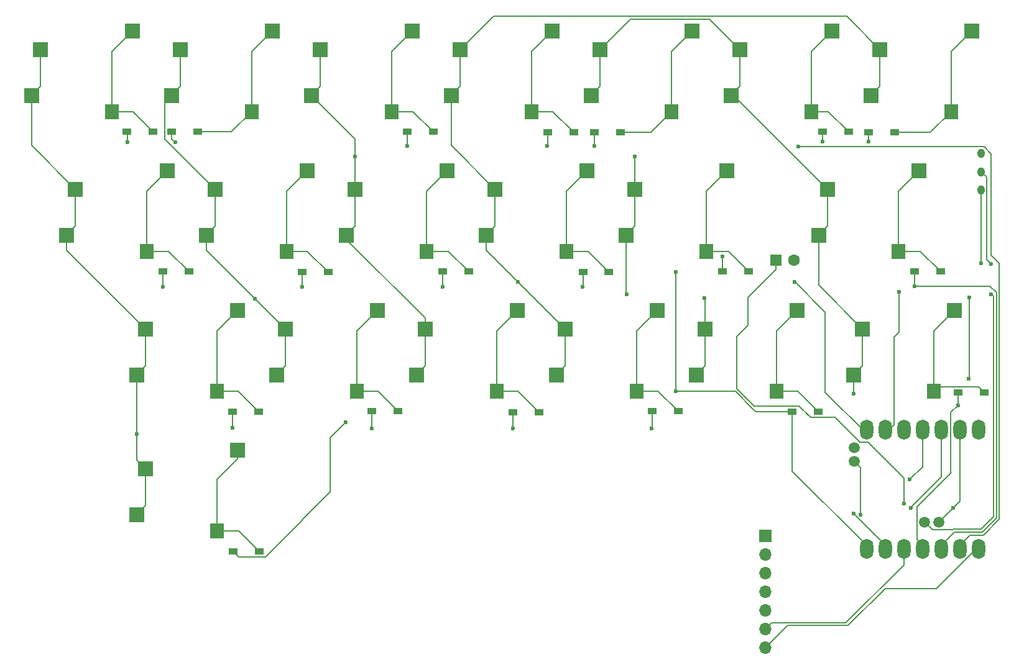
<source format=gbr>
%TF.GenerationSoftware,KiCad,Pcbnew,8.0.7*%
%TF.CreationDate,2025-01-09T22:17:52+09:00*%
%TF.ProjectId,cool937tb_R,636f6f6c-3933-4377-9462-5f522e6b6963,rev?*%
%TF.SameCoordinates,Original*%
%TF.FileFunction,Copper,L2,Bot*%
%TF.FilePolarity,Positive*%
%FSLAX46Y46*%
G04 Gerber Fmt 4.6, Leading zero omitted, Abs format (unit mm)*
G04 Created by KiCad (PCBNEW 8.0.7) date 2025-01-09 22:17:52*
%MOMM*%
%LPD*%
G01*
G04 APERTURE LIST*
%TA.AperFunction,SMDPad,CuDef*%
%ADD10R,1.300000X0.950000*%
%TD*%
%TA.AperFunction,SMDPad,CuDef*%
%ADD11R,2.000000X2.000000*%
%TD*%
%TA.AperFunction,SMDPad,CuDef*%
%ADD12R,1.900000X2.000000*%
%TD*%
%TA.AperFunction,ComponentPad*%
%ADD13O,1.000000X1.300000*%
%TD*%
%TA.AperFunction,ComponentPad*%
%ADD14R,1.700000X1.700000*%
%TD*%
%TA.AperFunction,ComponentPad*%
%ADD15O,1.700000X1.700000*%
%TD*%
%TA.AperFunction,ComponentPad*%
%ADD16R,1.600000X1.600000*%
%TD*%
%TA.AperFunction,ComponentPad*%
%ADD17C,1.600000*%
%TD*%
%TA.AperFunction,ComponentPad*%
%ADD18O,1.800000X2.750000*%
%TD*%
%TA.AperFunction,ComponentPad*%
%ADD19C,1.500000*%
%TD*%
%TA.AperFunction,ViaPad*%
%ADD20C,0.600000*%
%TD*%
%TA.AperFunction,Conductor*%
%ADD21C,0.200000*%
%TD*%
G04 APERTURE END LIST*
D10*
%TO.P,D14,1,K*%
%TO.N,Row1*%
X66955000Y-27760000D03*
%TO.P,D14,2,A*%
%TO.N,Net-(D14-A)*%
X70505000Y-27760000D03*
%TD*%
D11*
%TO.P,SW1,1,1*%
%TO.N,Col0*%
X-8100000Y-3700000D03*
X-6900000Y2540000D03*
D12*
%TO.P,SW1,2,2*%
%TO.N,Net-(D1-A)*%
X2800000Y-5900000D03*
D11*
X5600000Y5080000D03*
%TD*%
D10*
%TO.P,D10,1,K*%
%TO.N,Row1*%
X47835000Y-27730000D03*
%TO.P,D10,2,A*%
%TO.N,Net-(D10-A)*%
X51385000Y-27730000D03*
%TD*%
%TO.P,D15,1,K*%
%TO.N,Row2*%
X76375000Y-46770000D03*
%TO.P,D15,2,A*%
%TO.N,Net-(D15-A)*%
X79925000Y-46770000D03*
%TD*%
D11*
%TO.P,SW8,1,1*%
%TO.N,Col1*%
X82387500Y-41800000D03*
X83587500Y-35560000D03*
D12*
%TO.P,SW8,2,2*%
%TO.N,Net-(D8-A)*%
X93287500Y-44000000D03*
D11*
X96087500Y-33020000D03*
%TD*%
%TO.P,SW15,1,1*%
%TO.N,Col3*%
X63337500Y-41800000D03*
X64537500Y-35560000D03*
D12*
%TO.P,SW15,2,2*%
%TO.N,Net-(D15-A)*%
X74237500Y-44000000D03*
D11*
X77037500Y-33020000D03*
%TD*%
D10*
%TO.P,D13,1,K*%
%TO.N,Row0*%
X62155000Y-8750000D03*
%TO.P,D13,2,A*%
%TO.N,Net-(D13-A)*%
X65705000Y-8750000D03*
%TD*%
D11*
%TO.P,SW16,1,1*%
%TO.N,Col3*%
X106200000Y-3700000D03*
X107400000Y2540000D03*
D12*
%TO.P,SW16,2,2*%
%TO.N,Net-(D16-A)*%
X117100000Y-5900000D03*
D11*
X119900000Y5080000D03*
%TD*%
D13*
%TO.P,SW21,1,A*%
%TO.N,unconnected-(SW21-A-Pad1)*%
X121220000Y-11620000D03*
%TO.P,SW21,2,B*%
%TO.N,Bat*%
X121220000Y-14120000D03*
%TO.P,SW21,3,C*%
%TO.N,Net-(J8-Pin_2)*%
X121220000Y-16620000D03*
%TD*%
D10*
%TO.P,D1,1,K*%
%TO.N,Row0*%
X4865000Y-8620000D03*
%TO.P,D1,2,A*%
%TO.N,Net-(D1-A)*%
X8415000Y-8620000D03*
%TD*%
%TO.P,D2,1,K*%
%TO.N,Row1*%
X9745000Y-27730000D03*
%TO.P,D2,2,A*%
%TO.N,Net-(D2-A)*%
X13295000Y-27730000D03*
%TD*%
%TO.P,D17,1,K*%
%TO.N,Row0*%
X68535000Y-8710000D03*
%TO.P,D17,2,A*%
%TO.N,Net-(D17-A)*%
X72085000Y-8710000D03*
%TD*%
%TO.P,D7,1,K*%
%TO.N,Row2*%
X38245000Y-46750000D03*
%TO.P,D7,2,A*%
%TO.N,Net-(D7-A)*%
X41795000Y-46750000D03*
%TD*%
D11*
%TO.P,SW13,1,1*%
%TO.N,Col3*%
X49050000Y-3700000D03*
X50250000Y2540000D03*
D12*
%TO.P,SW13,2,2*%
%TO.N,Net-(D13-A)*%
X59950000Y-5900000D03*
D11*
X62750000Y5080000D03*
%TD*%
D10*
%TO.P,D11,1,K*%
%TO.N,Row2*%
X57405000Y-46880000D03*
%TO.P,D11,2,A*%
%TO.N,Net-(D11-A)*%
X60955000Y-46880000D03*
%TD*%
D11*
%TO.P,SW17,1,1*%
%TO.N,Col4*%
X68100000Y-3700000D03*
X69300000Y2540000D03*
D12*
%TO.P,SW17,2,2*%
%TO.N,Net-(D17-A)*%
X79000000Y-5900000D03*
D11*
X81800000Y5080000D03*
%TD*%
%TO.P,SW11,1,1*%
%TO.N,Col2*%
X44287500Y-41800000D03*
X45487500Y-35560000D03*
D12*
%TO.P,SW11,2,2*%
%TO.N,Net-(D11-A)*%
X55187500Y-44000000D03*
D11*
X57987500Y-33020000D03*
%TD*%
%TO.P,SW12,1,1*%
%TO.N,Col2*%
X72862500Y-22750000D03*
X74062500Y-16510000D03*
D12*
%TO.P,SW12,2,2*%
%TO.N,Net-(D12-A)*%
X83762500Y-24950000D03*
D11*
X86562500Y-13970000D03*
%TD*%
%TO.P,SW19,1,1*%
%TO.N,Col4*%
X103818750Y-41800000D03*
X105018750Y-35560000D03*
D12*
%TO.P,SW19,2,2*%
%TO.N,Net-(D19-A)*%
X114718750Y-44000000D03*
D11*
X117518750Y-33020000D03*
%TD*%
%TO.P,SW20,1,1*%
%TO.N,Col4*%
X87150000Y-3700000D03*
X88350000Y2540000D03*
D12*
%TO.P,SW20,2,2*%
%TO.N,Net-(D20-A)*%
X98050000Y-5900000D03*
D11*
X100850000Y5080000D03*
%TD*%
D10*
%TO.P,D18,1,K*%
%TO.N,Row1*%
X112155000Y-27740000D03*
%TO.P,D18,2,A*%
%TO.N,Net-(D18-A)*%
X115705000Y-27740000D03*
%TD*%
D11*
%TO.P,SW3,1,1*%
%TO.N,Col0*%
X6187500Y-41800000D03*
X7387500Y-35560000D03*
D12*
%TO.P,SW3,2,2*%
%TO.N,Net-(D3-A)*%
X17087500Y-44000000D03*
D11*
X19887500Y-33020000D03*
%TD*%
%TO.P,SW7,1,1*%
%TO.N,Col1*%
X25237500Y-41800000D03*
X26437500Y-35560000D03*
D12*
%TO.P,SW7,2,2*%
%TO.N,Net-(D7-A)*%
X36137500Y-44000000D03*
D11*
X38937500Y-33020000D03*
%TD*%
D10*
%TO.P,D4,1,K*%
%TO.N,Row3*%
X19315000Y-65850000D03*
%TO.P,D4,2,A*%
%TO.N,Net-(D4-A)*%
X22865000Y-65850000D03*
%TD*%
%TO.P,D19,1,K*%
%TO.N,Row2*%
X118075000Y-44200000D03*
%TO.P,D19,2,A*%
%TO.N,Net-(D19-A)*%
X121625000Y-44200000D03*
%TD*%
%TO.P,D5,1,K*%
%TO.N,Row0*%
X10985000Y-8670000D03*
%TO.P,D5,2,A*%
%TO.N,Net-(D5-A)*%
X14535000Y-8670000D03*
%TD*%
D11*
%TO.P,SW10,1,1*%
%TO.N,Col2*%
X34762500Y-22750000D03*
X35962500Y-16510000D03*
D12*
%TO.P,SW10,2,2*%
%TO.N,Net-(D10-A)*%
X45662500Y-24950000D03*
D11*
X48462500Y-13970000D03*
%TD*%
D14*
%TO.P,J1,1,SCLK*%
%TO.N,SCLK*%
X91780000Y-63790000D03*
D15*
%TO.P,J1,2,nCS*%
%TO.N,CS*%
X91780000Y-66330000D03*
%TO.P,J1,3,GND*%
%TO.N,GND*%
X91780000Y-68870000D03*
%TO.P,J1,4,Vin*%
%TO.N,3.3V*%
X91780000Y-71410000D03*
%TO.P,J1,5,nc*%
%TO.N,unconnected-(J1-nc-Pad5)*%
X91780000Y-73950000D03*
%TO.P,J1,6,SDIO*%
%TO.N,SDIO*%
X91780000Y-76490000D03*
%TO.P,J1,7,MOTION*%
%TO.N,MOTION*%
X91780000Y-79030000D03*
%TD*%
D10*
%TO.P,D12,1,K*%
%TO.N,Row3*%
X85975000Y-27700000D03*
%TO.P,D12,2,A*%
%TO.N,Net-(D12-A)*%
X89525000Y-27700000D03*
%TD*%
%TO.P,D3,1,K*%
%TO.N,Row2*%
X19265000Y-46810000D03*
%TO.P,D3,2,A*%
%TO.N,Net-(D3-A)*%
X22815000Y-46810000D03*
%TD*%
D16*
%TO.P,J8,1,Pin_1*%
%TO.N,GND*%
X93206250Y-26193750D03*
D17*
%TO.P,J8,2,Pin_2*%
%TO.N,Net-(J8-Pin_2)*%
X95726250Y-26193750D03*
%TD*%
D11*
%TO.P,SW5,1,1*%
%TO.N,Col1*%
X10950000Y-3700000D03*
X12150000Y2540000D03*
D12*
%TO.P,SW5,2,2*%
%TO.N,Net-(D5-A)*%
X21850000Y-5900000D03*
D11*
X24650000Y5080000D03*
%TD*%
%TO.P,SW6,1,1*%
%TO.N,Col1*%
X15712500Y-22750000D03*
X16912500Y-16510000D03*
D12*
%TO.P,SW6,2,2*%
%TO.N,Net-(D6-A)*%
X26612500Y-24950000D03*
D11*
X29412500Y-13970000D03*
%TD*%
%TO.P,SW9,1,1*%
%TO.N,Col2*%
X30000000Y-3700000D03*
X31200000Y2540000D03*
D12*
%TO.P,SW9,2,2*%
%TO.N,Net-(D9-A)*%
X40900000Y-5900000D03*
D11*
X43700000Y5080000D03*
%TD*%
%TO.P,SW4,1,1*%
%TO.N,Col0*%
X6187500Y-60850000D03*
X7387500Y-54610000D03*
D12*
%TO.P,SW4,2,2*%
%TO.N,Net-(D4-A)*%
X17087500Y-63050000D03*
D11*
X19887500Y-52070000D03*
%TD*%
D10*
%TO.P,D6,1,K*%
%TO.N,Row1*%
X28725000Y-27780000D03*
%TO.P,D6,2,A*%
%TO.N,Net-(D6-A)*%
X32275000Y-27780000D03*
%TD*%
%TO.P,D16,1,K*%
%TO.N,Row3*%
X105845000Y-8730000D03*
%TO.P,D16,2,A*%
%TO.N,Net-(D16-A)*%
X109395000Y-8730000D03*
%TD*%
D11*
%TO.P,SW2,1,1*%
%TO.N,Col0*%
X-3337500Y-22750000D03*
X-2137500Y-16510000D03*
D12*
%TO.P,SW2,2,2*%
%TO.N,Net-(D2-A)*%
X7562500Y-24950000D03*
D11*
X10362500Y-13970000D03*
%TD*%
%TO.P,SW18,1,1*%
%TO.N,Col4*%
X99056250Y-22750000D03*
X100256250Y-16510000D03*
D12*
%TO.P,SW18,2,2*%
%TO.N,Net-(D18-A)*%
X109956250Y-24950000D03*
D11*
X112756250Y-13970000D03*
%TD*%
%TO.P,SW14,1,1*%
%TO.N,Col3*%
X53812500Y-22750000D03*
X55012500Y-16510000D03*
D12*
%TO.P,SW14,2,2*%
%TO.N,Net-(D14-A)*%
X64712500Y-24950000D03*
D11*
X67512500Y-13970000D03*
%TD*%
D10*
%TO.P,D20,1,K*%
%TO.N,Row3*%
X99565000Y-8640000D03*
%TO.P,D20,2,A*%
%TO.N,Net-(D20-A)*%
X103115000Y-8640000D03*
%TD*%
%TO.P,D9,1,K*%
%TO.N,Row0*%
X43055000Y-8680000D03*
%TO.P,D9,2,A*%
%TO.N,Net-(D9-A)*%
X46605000Y-8680000D03*
%TD*%
%TO.P,D8,1,K*%
%TO.N,Row3*%
X95465000Y-46850000D03*
%TO.P,D8,2,A*%
%TO.N,Net-(D8-A)*%
X99015000Y-46850000D03*
%TD*%
D18*
%TO.P,U1,1,P0.02_A0_D0*%
%TO.N,MOTION*%
X120806000Y-65540000D03*
%TO.P,U1,2,P0.03_A1_D1*%
%TO.N,Row0*%
X118266000Y-65540000D03*
%TO.P,U1,3,P0.28_A2_D2*%
%TO.N,Row1*%
X115726000Y-65540000D03*
%TO.P,U1,4,P0.29_A3_D3*%
%TO.N,Row2*%
X113186000Y-65540000D03*
%TO.P,U1,5,P0.04_A4_D4_SDA*%
%TO.N,SDIO*%
X110646000Y-65540000D03*
%TO.P,U1,6,P0.05_A5_D5_SCL*%
%TO.N,SCLK*%
X108106000Y-65540000D03*
%TO.P,U1,7,P1.11_D6_TX*%
%TO.N,Row3*%
X105566000Y-65540000D03*
%TO.P,U1,8,P1.12_D7_RX*%
%TO.N,Col3*%
X105566000Y-49300000D03*
%TO.P,U1,9,P1.13_D8_SCK*%
%TO.N,Col2*%
X108106000Y-49300000D03*
%TO.P,U1,10,P1.14_D9_MISO*%
%TO.N,Col1*%
X110646000Y-49300000D03*
%TO.P,U1,11,P1.15_D10_MOSI*%
%TO.N,Col0*%
X113186000Y-49300000D03*
%TO.P,U1,12,3V3*%
%TO.N,3.3V*%
X115726000Y-49300000D03*
%TO.P,U1,13,GND*%
%TO.N,GND*%
X118266000Y-49300000D03*
%TO.P,U1,14,5V*%
%TO.N,VCC*%
X120806000Y-49300000D03*
D19*
%TO.P,U1,15,NFC1_0.09*%
%TO.N,CS*%
X103874000Y-53584600D03*
%TO.P,U1,16,NFC2_0.10*%
%TO.N,Col4*%
X103874000Y-51705000D03*
%TO.P,U1,20,BATT+*%
%TO.N,Bat*%
X113503000Y-61865000D03*
%TO.P,U1,21,BATT-*%
%TO.N,GND*%
X115408000Y-61865000D03*
%TD*%
D20*
%TO.N,Col4*%
X103840000Y-44360000D03*
%TO.N,Col3*%
X95770000Y-29180000D03*
X58123750Y-29146250D03*
%TO.N,Col2*%
X74010000Y-12040000D03*
X35962500Y-12040000D03*
X110020000Y-30500000D03*
X72890000Y-30820000D03*
%TO.N,Col1*%
X119470000Y-42350000D03*
X119540000Y-31290000D03*
X83470000Y-31340000D03*
X22323750Y-31446250D03*
%TO.N,Col0*%
X6187500Y-49860000D03*
X111480000Y-56060000D03*
%TO.N,3.3V*%
X111600000Y-59960000D03*
%TO.N,SCLK*%
X103826000Y-60760000D03*
%TO.N,CS*%
X104767265Y-60852735D03*
%TO.N,GND*%
X110700000Y-59358411D03*
X117341500Y-59931500D03*
%TO.N,Row3*%
X85950000Y-25630000D03*
X79570000Y-44050000D03*
X105870000Y-10010000D03*
X79570000Y-27780000D03*
X34640000Y-48290000D03*
X99550000Y-10040000D03*
%TO.N,Row2*%
X38190000Y-49160000D03*
X57430000Y-49160000D03*
X19230000Y-49030000D03*
X118040000Y-45980000D03*
X76340000Y-49160000D03*
%TO.N,Row1*%
X112160000Y-29720000D03*
X66950000Y-29780000D03*
X9760000Y-29780000D03*
X28740000Y-29780000D03*
X47820000Y-29780000D03*
%TO.N,Row0*%
X11440000Y-10110000D03*
X43020000Y-10580000D03*
X96280000Y-10720000D03*
X62100000Y-10580000D03*
X68530000Y-10580000D03*
X4920000Y-10110000D03*
%TO.N,Bat*%
X122560000Y-30800000D03*
X122550000Y-26710000D03*
%TO.N,Net-(J8-Pin_2)*%
X121210000Y-26640000D03*
%TD*%
D21*
%TO.N,SDIO*%
X91780000Y-76490000D02*
X92670000Y-75600000D01*
X92670000Y-75600000D02*
X102760000Y-75600000D01*
X102760000Y-75600000D02*
X110646000Y-67714000D01*
X110646000Y-67714000D02*
X110646000Y-65040000D01*
%TO.N,MOTION*%
X91780000Y-79030000D02*
X94810000Y-76000000D01*
X94810000Y-76000000D02*
X103100000Y-76000000D01*
%TO.N,Net-(D20-A)*%
X100850000Y5080000D02*
X98050000Y2280000D01*
X98050000Y2280000D02*
X98050000Y-5900000D01*
X100375000Y-5900000D02*
X103115000Y-8640000D01*
X98050000Y-5900000D02*
X100375000Y-5900000D01*
%TO.N,Col4*%
X105018750Y-40600000D02*
X103818750Y-41800000D01*
X99056250Y-29597500D02*
X105018750Y-35560000D01*
X69300000Y-2500000D02*
X68100000Y-3700000D01*
X69300000Y2540000D02*
X69300000Y-2500000D01*
X88350000Y-2500000D02*
X87150000Y-3700000D01*
X105018750Y-35560000D02*
X105018750Y-40600000D01*
X88350000Y2540000D02*
X84210000Y6680000D01*
X100256250Y-16510000D02*
X100256250Y-21550000D01*
X73440000Y6680000D02*
X69300000Y2540000D01*
X100256250Y-21550000D02*
X99056250Y-22750000D01*
X88350000Y2540000D02*
X88350000Y-2500000D01*
X84210000Y6680000D02*
X73440000Y6680000D01*
X87150000Y-3700000D02*
X87446250Y-3700000D01*
X99056250Y-22750000D02*
X99056250Y-29597500D01*
X103840000Y-44360000D02*
X103818750Y-44338750D01*
X103818750Y-44338750D02*
X103818750Y-41800000D01*
X87446250Y-3700000D02*
X100256250Y-16510000D01*
%TO.N,Col3*%
X95870000Y-29180000D02*
X95770000Y-29180000D01*
X54790000Y7080000D02*
X102860000Y7080000D01*
X50250000Y2540000D02*
X50250000Y-2500000D01*
X58123750Y-29146250D02*
X64537500Y-35560000D01*
X49050000Y-3700000D02*
X49050000Y-10547500D01*
X107400000Y2540000D02*
X107400000Y-2500000D01*
X50250000Y2540000D02*
X54790000Y7080000D01*
X49050000Y-10547500D02*
X55012500Y-16510000D01*
X99965000Y-33275000D02*
X95870000Y-29180000D01*
X107400000Y-2500000D02*
X106200000Y-3700000D01*
X64537500Y-40600000D02*
X63337500Y-41800000D01*
X105566000Y-49800000D02*
X99965000Y-44199000D01*
X50250000Y-2500000D02*
X49050000Y-3700000D01*
X53812500Y-24835000D02*
X58123750Y-29146250D01*
X99965000Y-44199000D02*
X99965000Y-33275000D01*
X55012500Y-16510000D02*
X55012500Y-21550000D01*
X53812500Y-22750000D02*
X53812500Y-24835000D01*
X55012500Y-21550000D02*
X53812500Y-22750000D01*
X64537500Y-35560000D02*
X64537500Y-40600000D01*
X102860000Y7080000D02*
X107400000Y2540000D01*
%TO.N,Col2*%
X74062500Y-21550000D02*
X72862500Y-22750000D01*
X45487500Y-40600000D02*
X44287500Y-41800000D01*
X72862500Y-30792500D02*
X72862500Y-22750000D01*
X45487500Y-34087500D02*
X45487500Y-35560000D01*
X109318750Y-48587250D02*
X109318750Y-41260000D01*
X35962500Y-9662500D02*
X35962500Y-12040000D01*
X109318750Y-41260000D02*
X109318750Y-36701250D01*
X74062500Y-12092500D02*
X74010000Y-12040000D01*
X35962500Y-16510000D02*
X35962500Y-21550000D01*
X109318750Y-41662742D02*
X109318750Y-41260000D01*
X31200000Y2540000D02*
X31200000Y-2500000D01*
X31200000Y-2500000D02*
X30000000Y-3700000D01*
X108070000Y-49836000D02*
X108106000Y-49800000D01*
X74062500Y-16510000D02*
X74062500Y-12092500D01*
X45487500Y-35560000D02*
X45487500Y-40600000D01*
X109318750Y-36701250D02*
X110020000Y-36000000D01*
X30000000Y-3700000D02*
X35962500Y-9662500D01*
X35962500Y-21550000D02*
X34762500Y-22750000D01*
X72890000Y-30820000D02*
X72862500Y-30792500D01*
X35962500Y-12040000D02*
X35962500Y-16510000D01*
X34762500Y-23362500D02*
X45487500Y-34087500D01*
X74062500Y-16510000D02*
X74062500Y-21550000D01*
X34762500Y-22750000D02*
X34762500Y-23362500D01*
X110020000Y-36000000D02*
X110020000Y-30500000D01*
X108106000Y-49800000D02*
X109318750Y-48587250D01*
%TO.N,Col1*%
X83470000Y-31340000D02*
X83587500Y-31457500D01*
X10035000Y-4615000D02*
X10035000Y-9632500D01*
X12150000Y-2500000D02*
X10950000Y-3700000D01*
X16912500Y-16510000D02*
X16912500Y-21550000D01*
X83587500Y-40600000D02*
X82387500Y-41800000D01*
X16912500Y-21550000D02*
X15712500Y-22750000D01*
X10035000Y-9632500D02*
X16912500Y-16510000D01*
X119540000Y-31290000D02*
X119540000Y-42280000D01*
X12150000Y2540000D02*
X12150000Y-2500000D01*
X83587500Y-31457500D02*
X83587500Y-35560000D01*
X83587500Y-35560000D02*
X83587500Y-40600000D01*
X10950000Y-3700000D02*
X10035000Y-4615000D01*
X119540000Y-42280000D02*
X119470000Y-42350000D01*
X26437500Y-40600000D02*
X25237500Y-41800000D01*
X15712500Y-24835000D02*
X22323750Y-31446250D01*
X22323750Y-31446250D02*
X26437500Y-35560000D01*
X15712500Y-22750000D02*
X15712500Y-24835000D01*
X26437500Y-35560000D02*
X26437500Y-40600000D01*
%TO.N,Col0*%
X-8100000Y-3700000D02*
X-8100000Y-10547500D01*
X-2137500Y-21550000D02*
X-3337500Y-22750000D01*
X7387500Y-35560000D02*
X7387500Y-40600000D01*
X7387500Y-59650000D02*
X6187500Y-60850000D01*
X113186000Y-49800000D02*
X113186000Y-54354000D01*
X113186000Y-49800000D02*
X113186000Y-49667944D01*
X6187500Y-49860000D02*
X6187500Y-53410000D01*
X-3337500Y-24835000D02*
X7387500Y-35560000D01*
X-6900000Y2540000D02*
X-6900000Y-2500000D01*
X-2137500Y-16510000D02*
X-2137500Y-21550000D01*
X6187500Y-41800000D02*
X6187500Y-49860000D01*
X6187500Y-53410000D02*
X7387500Y-54610000D01*
X7387500Y-40600000D02*
X6187500Y-41800000D01*
X113186000Y-54354000D02*
X111480000Y-56060000D01*
X7387500Y-54610000D02*
X7387500Y-59650000D01*
X-8100000Y-10547500D02*
X-2137500Y-16510000D01*
X-6900000Y-2500000D02*
X-8100000Y-3700000D01*
X-3337500Y-22750000D02*
X-3337500Y-24835000D01*
%TO.N,Net-(D19-A)*%
X120850000Y-43425000D02*
X121625000Y-44200000D01*
X114718750Y-44000000D02*
X115293750Y-43425000D01*
X117518750Y-33020000D02*
X114718750Y-35820000D01*
X114718750Y-35820000D02*
X114718750Y-44000000D01*
X115293750Y-43425000D02*
X120850000Y-43425000D01*
%TO.N,SDIO*%
X110646000Y-65040000D02*
X110110000Y-64504000D01*
%TO.N,3.3V*%
X115726000Y-55466000D02*
X115726000Y-49800000D01*
X115760000Y-55500000D02*
X115726000Y-55466000D01*
X115760000Y-55700000D02*
X115760000Y-55500000D01*
X111600000Y-59860000D02*
X115760000Y-55700000D01*
X111600000Y-59960000D02*
X111600000Y-59860000D01*
X115726000Y-49800000D02*
X115726000Y-49667944D01*
%TO.N,MOTION*%
X120806000Y-65172056D02*
X115048056Y-70930000D01*
X108170000Y-70930000D02*
X113640000Y-70930000D01*
X120806000Y-65040000D02*
X120806000Y-65172056D01*
X103100000Y-76000000D02*
X108170000Y-70930000D01*
X115048056Y-70930000D02*
X113640000Y-70930000D01*
X113640000Y-70930000D02*
X114476518Y-70930000D01*
%TO.N,SCLK*%
X108106000Y-65040000D02*
X103826000Y-60760000D01*
%TO.N,CS*%
X104767265Y-60852735D02*
X104767265Y-54477865D01*
X104767265Y-54477865D02*
X103874000Y-53584600D01*
%TO.N,GND*%
X105751408Y-50980000D02*
X104633925Y-50980000D01*
X110700000Y-55928592D02*
X105751408Y-50980000D01*
X93206250Y-27464779D02*
X89410545Y-31260484D01*
X110700000Y-59358411D02*
X110700000Y-55928592D01*
X115408000Y-61865000D02*
X117341500Y-59931500D01*
X90299758Y-46075000D02*
X96415000Y-46075000D01*
X89410545Y-35089697D02*
X87887500Y-36612742D01*
X96415000Y-46075000D02*
X97965000Y-47625000D01*
X118266000Y-59007000D02*
X118266000Y-49800000D01*
X89410545Y-31260484D02*
X89410545Y-35089697D01*
X118266000Y-49800000D02*
X118266000Y-49667944D01*
X101278925Y-47625000D02*
X97965000Y-47625000D01*
X87887500Y-36612742D02*
X87887500Y-43662742D01*
X117341500Y-59931500D02*
X118266000Y-59007000D01*
X97965000Y-47625000D02*
X97425000Y-47085000D01*
X87887500Y-43662742D02*
X90299758Y-46075000D01*
X104633925Y-50980000D02*
X101278925Y-47625000D01*
X93206250Y-26193750D02*
X93206250Y-27464779D01*
%TO.N,Net-(D18-A)*%
X112915000Y-24950000D02*
X115705000Y-27740000D01*
X109956250Y-16770000D02*
X109956250Y-24950000D01*
X109956250Y-24950000D02*
X112915000Y-24950000D01*
X112756250Y-13970000D02*
X109956250Y-16770000D01*
%TO.N,Net-(D17-A)*%
X79000000Y2280000D02*
X79000000Y-5900000D01*
X76190000Y-8710000D02*
X72085000Y-8710000D01*
X81800000Y5080000D02*
X79000000Y2280000D01*
X79000000Y-5900000D02*
X76190000Y-8710000D01*
%TO.N,Net-(D16-A)*%
X119900000Y5080000D02*
X117100000Y2280000D01*
X117100000Y2280000D02*
X117100000Y-5900000D01*
X117100000Y-5900000D02*
X114270000Y-8730000D01*
X114270000Y-8730000D02*
X109395000Y-8730000D01*
%TO.N,Net-(D15-A)*%
X77155000Y-44000000D02*
X79925000Y-46770000D01*
X74237500Y-44000000D02*
X77155000Y-44000000D01*
X77037500Y-33020000D02*
X74237500Y-35820000D01*
X74237500Y-35820000D02*
X74237500Y-44000000D01*
%TO.N,Net-(D14-A)*%
X64712500Y-16770000D02*
X64712500Y-24950000D01*
X67695000Y-24950000D02*
X70505000Y-27760000D01*
X67512500Y-13970000D02*
X64712500Y-16770000D01*
X64712500Y-24950000D02*
X67695000Y-24950000D01*
%TO.N,Net-(D13-A)*%
X59950000Y2280000D02*
X59950000Y-5900000D01*
X62750000Y5080000D02*
X59950000Y2280000D01*
X59950000Y-5900000D02*
X62855000Y-5900000D01*
X62855000Y-5900000D02*
X65705000Y-8750000D01*
%TO.N,Net-(D12-A)*%
X86562500Y-13970000D02*
X83762500Y-16770000D01*
X83762500Y-16770000D02*
X83762500Y-24950000D01*
X86775000Y-24950000D02*
X89525000Y-27700000D01*
X83762500Y-24950000D02*
X86775000Y-24950000D01*
%TO.N,Net-(D11-A)*%
X55187500Y-35820000D02*
X55187500Y-44000000D01*
X55187500Y-44000000D02*
X58075000Y-44000000D01*
X58075000Y-44000000D02*
X60955000Y-46880000D01*
X57987500Y-33020000D02*
X55187500Y-35820000D01*
%TO.N,Net-(D10-A)*%
X45662500Y-16770000D02*
X45662500Y-24950000D01*
X48462500Y-13970000D02*
X45662500Y-16770000D01*
X48605000Y-24950000D02*
X51385000Y-27730000D01*
X45662500Y-24950000D02*
X48605000Y-24950000D01*
%TO.N,Net-(D9-A)*%
X43825000Y-5900000D02*
X46605000Y-8680000D01*
X40900000Y-5900000D02*
X43825000Y-5900000D01*
X40900000Y2280000D02*
X40900000Y-5900000D01*
X43700000Y5080000D02*
X40900000Y2280000D01*
%TO.N,Net-(D8-A)*%
X93287500Y-44000000D02*
X96165000Y-44000000D01*
X96087500Y-33020000D02*
X93287500Y-35820000D01*
X93287500Y-35820000D02*
X93287500Y-44000000D01*
X96165000Y-44000000D02*
X99015000Y-46850000D01*
%TO.N,Net-(D7-A)*%
X38937500Y-33020000D02*
X36137500Y-35820000D01*
X36137500Y-35820000D02*
X36137500Y-44000000D01*
X36137500Y-44000000D02*
X39045000Y-44000000D01*
X39045000Y-44000000D02*
X41795000Y-46750000D01*
%TO.N,Net-(D6-A)*%
X29445000Y-24950000D02*
X32275000Y-27780000D01*
X26612500Y-16770000D02*
X26612500Y-24950000D01*
X26612500Y-24950000D02*
X29445000Y-24950000D01*
X29412500Y-13970000D02*
X26612500Y-16770000D01*
%TO.N,Net-(D5-A)*%
X14535000Y-8670000D02*
X19080000Y-8670000D01*
X21850000Y2280000D02*
X21850000Y-5900000D01*
X19080000Y-8670000D02*
X21850000Y-5900000D01*
X24650000Y5080000D02*
X21850000Y2280000D01*
%TO.N,Row3*%
X28720000Y-61640000D02*
X28720000Y-61560000D01*
X90134072Y-46475000D02*
X87709072Y-44050000D01*
X87709072Y-44050000D02*
X79570000Y-44050000D01*
X32540000Y-57740000D02*
X32540000Y-50390000D01*
X85975000Y-25655000D02*
X85950000Y-25630000D01*
X99550000Y-10040000D02*
X99550000Y-8655000D01*
X99550000Y-8655000D02*
X99565000Y-8640000D01*
X28720000Y-61560000D02*
X32540000Y-57740000D01*
X19315000Y-65850000D02*
X20090000Y-66625000D01*
X90509073Y-46850000D02*
X90134072Y-46475000D01*
X95465000Y-46850000D02*
X95465000Y-54939000D01*
X32540000Y-50390000D02*
X34640000Y-48290000D01*
X95465000Y-46850000D02*
X90509073Y-46850000D01*
X79570000Y-44050000D02*
X79570000Y-27780000D01*
X20090000Y-66625000D02*
X23735000Y-66625000D01*
X95465000Y-54939000D02*
X105566000Y-65040000D01*
X105845000Y-9985000D02*
X105870000Y-10010000D01*
X105845000Y-8730000D02*
X105845000Y-9985000D01*
X85975000Y-27700000D02*
X85975000Y-25655000D01*
X23735000Y-66625000D02*
X28720000Y-61640000D01*
%TO.N,Net-(D4-A)*%
X19887500Y-53270000D02*
X17087500Y-56070000D01*
X20065000Y-63050000D02*
X22865000Y-65850000D01*
X17087500Y-56070000D02*
X17087500Y-63050000D01*
X19887500Y-52070000D02*
X19887500Y-53270000D01*
X17087500Y-63050000D02*
X20065000Y-63050000D01*
%TO.N,Row2*%
X57405000Y-46880000D02*
X57405000Y-49135000D01*
X118075000Y-44200000D02*
X118075000Y-45945000D01*
X113186000Y-65040000D02*
X112453000Y-64307000D01*
X112453000Y-59757000D02*
X117090000Y-55120000D01*
X112453000Y-64307000D02*
X112453000Y-59757000D01*
X117090000Y-55120000D02*
X117066000Y-55096000D01*
X117066000Y-55096000D02*
X117066000Y-46954000D01*
X76375000Y-46770000D02*
X76375000Y-49125000D01*
X57405000Y-49135000D02*
X57430000Y-49160000D01*
X19265000Y-48995000D02*
X19230000Y-49030000D01*
X117066000Y-46954000D02*
X118040000Y-45980000D01*
X118075000Y-45945000D02*
X118040000Y-45980000D01*
X38245000Y-49105000D02*
X38190000Y-49160000D01*
X19265000Y-46810000D02*
X19265000Y-48995000D01*
X38245000Y-46750000D02*
X38245000Y-49105000D01*
X76375000Y-49125000D02*
X76340000Y-49160000D01*
%TO.N,Net-(D3-A)*%
X17087500Y-35820000D02*
X17087500Y-44000000D01*
X19887500Y-33020000D02*
X17087500Y-35820000D01*
X17087500Y-44000000D02*
X20005000Y-44000000D01*
X20005000Y-44000000D02*
X22815000Y-46810000D01*
%TO.N,Row1*%
X47835000Y-27730000D02*
X47835000Y-29765000D01*
X112160000Y-29720000D02*
X122370000Y-29720000D01*
X123260000Y-30610000D02*
X123260000Y-61304314D01*
X123260000Y-61304314D02*
X121314314Y-63250000D01*
X112160000Y-27745000D02*
X112155000Y-27740000D01*
X112160000Y-29720000D02*
X112160000Y-27745000D01*
X117516000Y-63250000D02*
X115726000Y-65040000D01*
X28725000Y-27780000D02*
X28725000Y-29765000D01*
X66955000Y-27760000D02*
X66955000Y-29775000D01*
X28725000Y-29765000D02*
X28740000Y-29780000D01*
X9745000Y-29765000D02*
X9760000Y-29780000D01*
X9745000Y-27730000D02*
X9745000Y-29765000D01*
X122370000Y-29720000D02*
X123260000Y-30610000D01*
X47835000Y-29765000D02*
X47820000Y-29780000D01*
X66955000Y-29775000D02*
X66950000Y-29780000D01*
X121314314Y-63250000D02*
X117516000Y-63250000D01*
%TO.N,Net-(D2-A)*%
X10515000Y-24950000D02*
X13295000Y-27730000D01*
X10362500Y-13970000D02*
X7562500Y-16770000D01*
X7562500Y-16770000D02*
X7562500Y-24950000D01*
X7562500Y-24950000D02*
X10515000Y-24950000D01*
%TO.N,Row0*%
X4920000Y-10110000D02*
X4920000Y-8675000D01*
X122575000Y-25520000D02*
X123660000Y-26605000D01*
X121480000Y-63650000D02*
X119656000Y-63650000D01*
X121580000Y-10720000D02*
X122575000Y-11715000D01*
X43055000Y-8680000D02*
X43055000Y-10545000D01*
X123660000Y-61470000D02*
X121480000Y-63650000D01*
X96280000Y-10720000D02*
X121580000Y-10720000D01*
X122575000Y-11715000D02*
X122575000Y-25520000D01*
X123660000Y-26605000D02*
X123660000Y-61470000D01*
X10985000Y-8670000D02*
X10985000Y-9655000D01*
X62155000Y-8750000D02*
X62155000Y-10525000D01*
X68535000Y-10575000D02*
X68530000Y-10580000D01*
X119656000Y-63650000D02*
X118266000Y-65040000D01*
X62155000Y-10525000D02*
X62100000Y-10580000D01*
X10985000Y-9655000D02*
X11440000Y-10110000D01*
X4920000Y-8675000D02*
X4865000Y-8620000D01*
X68535000Y-8710000D02*
X68535000Y-10575000D01*
X43055000Y-10545000D02*
X43020000Y-10580000D01*
%TO.N,Net-(D1-A)*%
X2800000Y2280000D02*
X2800000Y-5900000D01*
X5695000Y-5900000D02*
X8415000Y-8620000D01*
X2800000Y-5900000D02*
X5695000Y-5900000D01*
X5600000Y5080000D02*
X2800000Y2280000D01*
%TO.N,Bat*%
X121970000Y-26130000D02*
X121970000Y-14870000D01*
X117285314Y-62915000D02*
X117376000Y-62824314D01*
X121174314Y-62824314D02*
X122860000Y-61138628D01*
X114553000Y-62915000D02*
X117285314Y-62915000D01*
X122550000Y-26710000D02*
X121970000Y-26130000D01*
X122860000Y-61138628D02*
X122860000Y-31100000D01*
X117376000Y-62824314D02*
X121174314Y-62824314D01*
X113503000Y-61865000D02*
X114553000Y-62915000D01*
X122860000Y-31100000D02*
X122560000Y-30800000D01*
X121970000Y-14870000D02*
X121220000Y-14120000D01*
%TO.N,Net-(J8-Pin_2)*%
X121220000Y-26280000D02*
X121220000Y-16620000D01*
X121210000Y-26640000D02*
X121210000Y-26290000D01*
X121210000Y-26290000D02*
X121220000Y-26280000D01*
%TD*%
M02*

</source>
